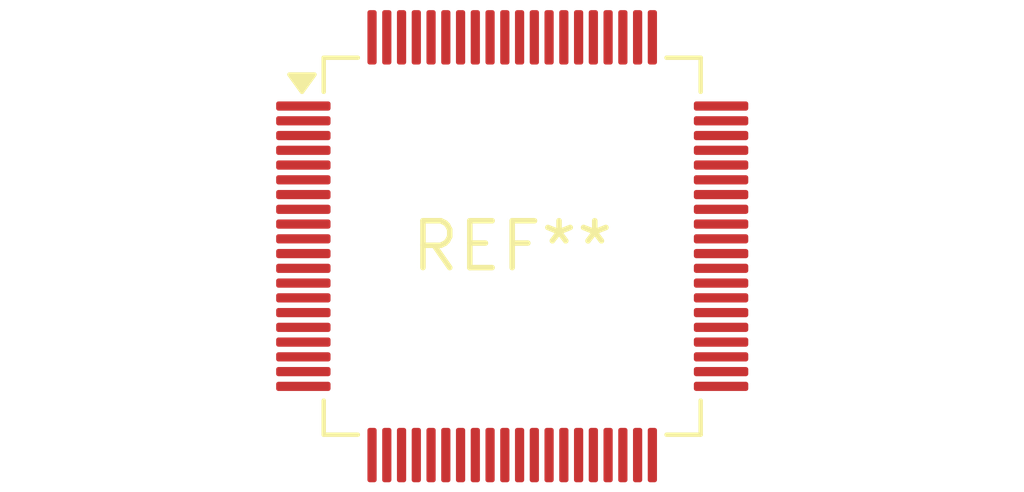
<source format=kicad_pcb>
(kicad_pcb (version 20240108) (generator pcbnew)
  (layers (0 "F.Cu" signal) (31 "B.Cu" signal) (34 "B.Paste" user) (35 "F.Paste" user) (36 "B.SilkS" user "B.Silkscreen") (37 "F.SilkS" user "F.Silkscreen") (38 "B.Mask" user) (39 "F.Mask" user) (44 "Edge.Cuts" user))
  (net 0 "")
  (footprint "LQFP-80_10x10mm_P0.4mm" (layer "F.Cu") (at 0 0)
    (property "Reference" "REF**")
    (property "Value" "LQFP-80_10x10mm_P0.4mm")
    (fp_line (start -5.11 -5.11) (end -5.11 -4.185) (layer "F.SilkS") (stroke (width 0.12)))
    (fp_line (start -5.11 5.11) (end -5.11 4.185) (layer "F.SilkS") (stroke (width 0.12)))
    (fp_line (start -4.185 -5.11) (end -5.11 -5.11) (layer "F.SilkS") (stroke (width 0.12)))
    (fp_line (start -4.185 5.11) (end -5.11 5.11) (layer "F.SilkS") (stroke (width 0.12)))
    (fp_line (start 4.185 -5.11) (end 5.11 -5.11) (layer "F.SilkS") (stroke (width 0.12)))
    (fp_line (start 4.185 5.11) (end 5.11 5.11) (layer "F.SilkS") (stroke (width 0.12)))
    (fp_line (start 5.11 -5.11) (end 5.11 -4.185) (layer "F.SilkS") (stroke (width 0.12)))
    (fp_line (start 5.11 5.11) (end 5.11 4.185) (layer "F.SilkS") (stroke (width 0.12)))
    (fp_poly (pts (xy -5.7 -4.185) (xy -6.04 -4.655) (xy -5.36 -4.655) (xy -5.7 -4.185)) (layer "F.SilkS") (stroke (width 0.12)) (fill solid))
    (pad "1" smd roundrect (at -5.6625 -3.8) (size 1.475 0.25) (layers "F.Cu" "F.Paste" "F.Mask"))
    (pad "2" smd roundrect (at -5.6625 -3.4) (size 1.475 0.25) (layers "F.Cu" "F.Paste" "F.Mask"))
    (pad "3" smd roundrect (at -5.6625 -3) (size 1.475 0.25) (layers "F.Cu" "F.Paste" "F.Mask"))
    (pad "4" smd roundrect (at -5.6625 -2.6) (size 1.475 0.25) (layers "F.Cu" "F.Paste" "F.Mask"))
    (pad "5" smd roundrect (at -5.6625 -2.2) (size 1.475 0.25) (layers "F.Cu" "F.Paste" "F.Mask"))
    (pad "6" smd roundrect (at -5.6625 -1.8) (size 1.475 0.25) (layers "F.Cu" "F.Paste" "F.Mask"))
    (pad "7" smd roundrect (at -5.6625 -1.4) (size 1.475 0.25) (layers "F.Cu" "F.Paste" "F.Mask"))
    (pad "8" smd roundrect (at -5.6625 -1) (size 1.475 0.25) (layers "F.Cu" "F.Paste" "F.Mask"))
    (pad "9" smd roundrect (at -5.6625 -0.6) (size 1.475 0.25) (layers "F.Cu" "F.Paste" "F.Mask"))
    (pad "10" smd roundrect (at -5.6625 -0.2) (size 1.475 0.25) (layers "F.Cu" "F.Paste" "F.Mask"))
    (pad "11" smd roundrect (at -5.6625 0.2) (size 1.475 0.25) (layers "F.Cu" "F.Paste" "F.Mask"))
    (pad "12" smd roundrect (at -5.6625 0.6) (size 1.475 0.25) (layers "F.Cu" "F.Paste" "F.Mask"))
    (pad "13" smd roundrect (at -5.6625 1) (size 1.475 0.25) (layers "F.Cu" "F.Paste" "F.Mask"))
    (pad "14" smd roundrect (at -5.6625 1.4) (size 1.475 0.25) (layers "F.Cu" "F.Paste" "F.Mask"))
    (pad "15" smd roundrect (at -5.6625 1.8) (size 1.475 0.25) (layers "F.Cu" "F.Paste" "F.Mask"))
    (pad "16" smd roundrect (at -5.6625 2.2) (size 1.475 0.25) (layers "F.Cu" "F.Paste" "F.Mask"))
    (pad "17" smd roundrect (at -5.6625 2.6) (size 1.475 0.25) (layers "F.Cu" "F.Paste" "F.Mask"))
    (pad "18" smd roundrect (at -5.6625 3) (size 1.475 0.25) (layers "F.Cu" "F.Paste" "F.Mask"))
    (pad "19" smd roundrect (at -5.6625 3.4) (size 1.475 0.25) (layers "F.Cu" "F.Paste" "F.Mask"))
    (pad "20" smd roundrect (at -5.6625 3.8) (size 1.475 0.25) (layers "F.Cu" "F.Paste" "F.Mask"))
    (pad "21" smd roundrect (at -3.8 5.6625) (size 0.25 1.475) (layers "F.Cu" "F.Paste" "F.Mask"))
    (pad "22" smd roundrect (at -3.4 5.6625) (size 0.25 1.475) (layers "F.Cu" "F.Paste" "F.Mask"))
    (pad "23" smd roundrect (at -3 5.6625) (size 0.25 1.475) (layers "F.Cu" "F.Paste" "F.Mask"))
    (pad "24" smd roundrect (at -2.6 5.6625) (size 0.25 1.475) (layers "F.Cu" "F.Paste" "F.Mask"))
    (pad "25" smd roundrect (at -2.2 5.6625) (size 0.25 1.475) (layers "F.Cu" "F.Paste" "F.Mask"))
    (pad "26" smd roundrect (at -1.8 5.6625) (size 0.25 1.475) (layers "F.Cu" "F.Paste" "F.Mask"))
    (pad "27" smd roundrect (at -1.4 5.6625) (size 0.25 1.475) (layers "F.Cu" "F.Paste" "F.Mask"))
    (pad "28" smd roundrect (at -1 5.6625) (size 0.25 1.475) (layers "F.Cu" "F.Paste" "F.Mask"))
    (pad "29" smd roundrect (at -0.6 5.6625) (size 0.25 1.475) (layers "F.Cu" "F.Paste" "F.Mask"))
    (pad "30" smd roundrect (at -0.2 5.6625) (size 0.25 1.475) (layers "F.Cu" "F.Paste" "F.Mask"))
    (pad "31" smd roundrect (at 0.2 5.6625) (size 0.25 1.475) (layers "F.Cu" "F.Paste" "F.Mask"))
    (pad "32" smd roundrect (at 0.6 5.6625) (size 0.25 1.475) (layers "F.Cu" "F.Paste" "F.Mask"))
    (pad "33" smd roundrect (at 1 5.6625) (size 0.25 1.475) (layers "F.Cu" "F.Paste" "F.Mask"))
    (pad "34" smd roundrect (at 1.4 5.6625) (size 0.25 1.475) (layers "F.Cu" "F.Paste" "F.Mask"))
    (pad "35" smd roundrect (at 1.8 5.6625) (size 0.25 1.475) (layers "F.Cu" "F.Paste" "F.Mask"))
    (pad "36" smd roundrect (at 2.2 5.6625) (size 0.25 1.475) (layers "F.Cu" "F.Paste" "F.Mask"))
    (pad "37" smd roundrect (at 2.6 5.6625) (size 0.25 1.475) (layers "F.Cu" "F.Paste" "F.Mask"))
    (pad "38" smd roundrect (at 3 5.6625) (size 0.25 1.475) (layers "F.Cu" "F.Paste" "F.Mask"))
    (pad "39" smd roundrect (at 3.4 5.6625) (size 0.25 1.475) (layers "F.Cu" "F.Paste" "F.Mask"))
    (pad "40" smd roundrect (at 3.8 5.6625) (size 0.25 1.475) (layers "F.Cu" "F.Paste" "F.Mask"))
    (pad "41" smd roundrect (at 5.6625 3.8) (size 1.475 0.25) (layers "F.Cu" "F.Paste" "F.Mask"))
    (pad "42" smd roundrect (at 5.6625 3.4) (size 1.475 0.25) (layers "F.Cu" "F.Paste" "F.Mask"))
    (pad "43" smd roundrect (at 5.6625 3) (size 1.475 0.25) (layers "F.Cu" "F.Paste" "F.Mask"))
    (pad "44" smd roundrect (at 5.6625 2.6) (size 1.475 0.25) (layers "F.Cu" "F.Paste" "F.Mask"))
    (pad "45" smd roundrect (at 5.6625 2.2) (size 1.475 0.25) (layers "F.Cu" "F.Paste" "F.Mask"))
    (pad "46" smd roundrect (at 5.6625 1.8) (size 1.475 0.25) (layers "F.Cu" "F.Paste" "F.Mask"))
    (pad "47" smd roundrect (at 5.6625 1.4) (size 1.475 0.25) (layers "F.Cu" "F.Paste" "F.Mask"))
    (pad "48" smd roundrect (at 5.6625 1) (size 1.475 0.25) (layers "F.Cu" "F.Paste" "F.Mask"))
    (pad "49" smd roundrect (at 5.6625 0.6) (size 1.475 0.25) (layers "F.Cu" "F.Paste" "F.Mask"))
    (pad "50" smd roundrect (at 5.6625 0.2) (size 1.475 0.25) (layers "F.Cu" "F.Paste" "F.Mask"))
    (pad "51" smd roundrect (at 5.6625 -0.2) (size 1.475 0.25) (layers "F.Cu" "F.Paste" "F.Mask"))
    (pad "52" smd roundrect (at 5.6625 -0.6) (size 1.475 0.25) (layers "F.Cu" "F.Paste" "F.Mask"))
    (pad "53" smd roundrect (at 5.6625 -1) (size 1.475 0.25) (layers "F.Cu" "F.Paste" "F.Mask"))
    (pad "54" smd roundrect (at 5.6625 -1.4) (size 1.475 0.25) (layers "F.Cu" "F.Paste" "F.Mask"))
    (pad "55" smd roundrect (at 5.6625 -1.8) (size 1.475 0.25) (layers "F.Cu" "F.Paste" "F.Mask"))
    (pad "56" smd roundrect (at 5.6625 -2.2) (size 1.475 0.25) (layers "F.Cu" "F.Paste" "F.Mask"))
    (pad "57" smd roundrect (at 5.6625 -2.6) (size 1.475 0.25) (layers "F.Cu" "F.Paste" "F.Mask"))
    (pad "58" smd roundrect (at 5.6625 -3) (size 1.475 0.25) (layers "F.Cu" "F.Paste" "F.Mask"))
    (pad "59" smd roundrect (at 5.6625 -3.4) (size 1.475 0.25) (layers "F.Cu" "F.Paste" "F.Mask"))
    (pad "60" smd roundrect (at 5.6625 -3.8) (size 1.475 0.25) (layers "F.Cu" "F.Paste" "F.Mask"))
    (pad "61" smd roundrect (at 3.8 -5.6625) (size 0.25 1.475) (layers "F.Cu" "F.Paste" "F.Mask"))
    (pad "62" smd roundrect (at 3.4 -5.6625) (size 0.25 1.475) (layers "F.Cu" "F.Paste" "F.Mask"))
    (pad "63" smd roundrect (at 3 -5.6625) (size 0.25 1.475) (layers "F.Cu" "F.Paste" "F.Mask"))
    (pad "64" smd roundrect (at 2.6 -5.6625) (size 0.25 1.475) (layers "F.Cu" "F.Paste" "F.Mask"))
    (pad "65" smd roundrect (at 2.2 -5.6625) (size 0.25 1.475) (layers "F.Cu" "F.Paste" "F.Mask"))
    (pad "66" smd roundrect (at 1.8 -5.6625) (size 0.25 1.475) (layers "F.Cu" "F.Paste" "F.Mask"))
    (pad "67" smd roundrect (at 1.4 -5.6625) (size 0.25 1.475) (layers "F.Cu" "F.Paste" "F.Mask"))
    (pad "68" smd roundrect (at 1 -5.6625) (size 0.25 1.475) (layers "F.Cu" "F.Paste" "F.Mask"))
    (pad "69" smd roundrect (at 0.6 -5.6625) (size 0.25 1.475) (layers "F.Cu" "F.Paste" "F.Mask"))
    (pad "70" smd roundrect (at 0.2 -5.6625) (size 0.25 1.475) (layers "F.Cu" "F.Paste" "F.Mask"))
    (pad "71" smd roundrect (at -0.2 -5.6625) (size 0.25 1.475) (layers "F.Cu" "F.Paste" "F.Mask"))
    (pad "72" smd roundrect (at -0.6 -5.6625) (size 0.25 1.475) (layers "F.Cu" "F.Paste" "F.Mask"))
    (pad "73" smd roundrect (at -1 -5.6625) (size 0.25 1.475) (layers "F.Cu" "F.Paste" "F.Mask"))
    (pad "74" smd roundrect (at -1.4 -5.6625) (size 0.25 1.475) (layers "F.Cu" "F.Paste" "F.Mask"))
    (pad "75" smd roundrect (at -1.8 -5.6625) (size 0.25 1.475) (layers "F.Cu" "F.Paste" "F.Mask"))
    (pad "76" smd roundrect (at -2.2 -5.6625) (size 0.25 1.475) (layers "F.Cu" "F.Paste" "F.Mask"))
    (pad "77" smd roundrect (at -2.6 -5.6625) (size 0.25 1.475) (layers "F.Cu" "F.Paste" "F.Mask"))
    (pad "78" smd roundrect (at -3 -5.6625) (size 0.25 1.475) (layers "F.Cu" "F.Paste" "F.Mask"))
    (pad "79" smd roundrect (at -3.4 -5.6625) (size 0.25 1.475) (layers "F.Cu" "F.Paste" "F.Mask"))
    (pad "80" smd roundrect (at -3.8 -5.6625) (size 0.25 1.475) (layers "F.Cu" "F.Paste" "F.Mask"))
  )
)
</source>
